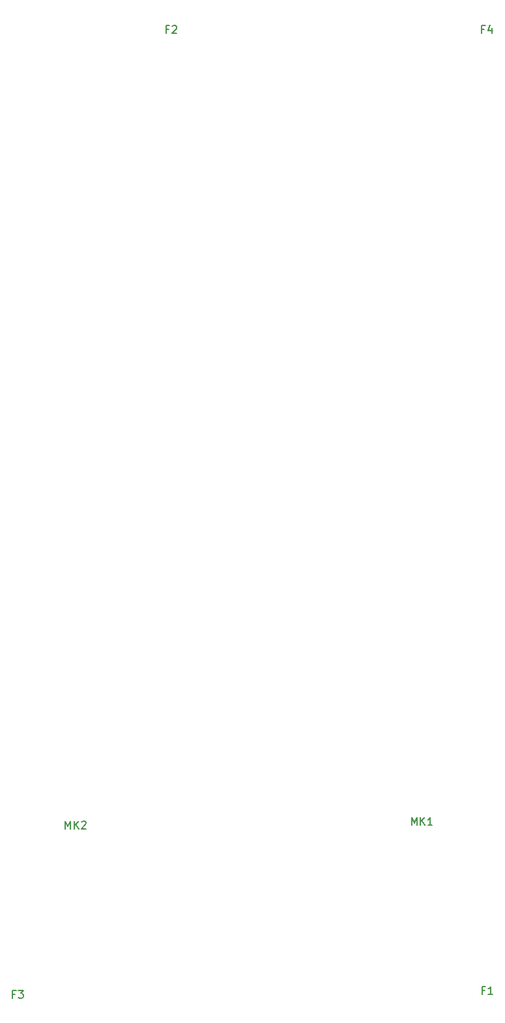
<source format=gbr>
G04 #@! TF.FileFunction,Other,ECO2*
%FSLAX46Y46*%
G04 Gerber Fmt 4.6, Leading zero omitted, Abs format (unit mm)*
G04 Created by KiCad (PCBNEW 4.0.7) date Mon Nov 12 23:25:46 2018*
%MOMM*%
%LPD*%
G01*
G04 APERTURE LIST*
%ADD10C,0.100000*%
%ADD11C,0.150000*%
G04 APERTURE END LIST*
D10*
D11*
X159690476Y-133952381D02*
X159690476Y-132952381D01*
X160023810Y-133666667D01*
X160357143Y-132952381D01*
X160357143Y-133952381D01*
X160833333Y-133952381D02*
X160833333Y-132952381D01*
X161404762Y-133952381D02*
X160976190Y-133380952D01*
X161404762Y-132952381D02*
X160833333Y-133523810D01*
X162357143Y-133952381D02*
X161785714Y-133952381D01*
X162071428Y-133952381D02*
X162071428Y-132952381D01*
X161976190Y-133095238D01*
X161880952Y-133190476D01*
X161785714Y-133238095D01*
X114690476Y-134452381D02*
X114690476Y-133452381D01*
X115023810Y-134166667D01*
X115357143Y-133452381D01*
X115357143Y-134452381D01*
X115833333Y-134452381D02*
X115833333Y-133452381D01*
X116404762Y-134452381D02*
X115976190Y-133880952D01*
X116404762Y-133452381D02*
X115833333Y-134023810D01*
X116785714Y-133547619D02*
X116833333Y-133500000D01*
X116928571Y-133452381D01*
X117166667Y-133452381D01*
X117261905Y-133500000D01*
X117309524Y-133547619D01*
X117357143Y-133642857D01*
X117357143Y-133738095D01*
X117309524Y-133880952D01*
X116738095Y-134452381D01*
X117357143Y-134452381D01*
X169166667Y-155428571D02*
X168833333Y-155428571D01*
X168833333Y-155952381D02*
X168833333Y-154952381D01*
X169309524Y-154952381D01*
X170214286Y-155952381D02*
X169642857Y-155952381D01*
X169928571Y-155952381D02*
X169928571Y-154952381D01*
X169833333Y-155095238D01*
X169738095Y-155190476D01*
X169642857Y-155238095D01*
X128105667Y-30460571D02*
X127772333Y-30460571D01*
X127772333Y-30984381D02*
X127772333Y-29984381D01*
X128248524Y-29984381D01*
X128581857Y-30079619D02*
X128629476Y-30032000D01*
X128724714Y-29984381D01*
X128962810Y-29984381D01*
X129058048Y-30032000D01*
X129105667Y-30079619D01*
X129153286Y-30174857D01*
X129153286Y-30270095D01*
X129105667Y-30412952D01*
X128534238Y-30984381D01*
X129153286Y-30984381D01*
X108166667Y-155928571D02*
X107833333Y-155928571D01*
X107833333Y-156452381D02*
X107833333Y-155452381D01*
X108309524Y-155452381D01*
X108595238Y-155452381D02*
X109214286Y-155452381D01*
X108880952Y-155833333D01*
X109023810Y-155833333D01*
X109119048Y-155880952D01*
X109166667Y-155928571D01*
X109214286Y-156023810D01*
X109214286Y-156261905D01*
X109166667Y-156357143D01*
X109119048Y-156404762D01*
X109023810Y-156452381D01*
X108738095Y-156452381D01*
X108642857Y-156404762D01*
X108595238Y-156357143D01*
X169126667Y-30460571D02*
X168793333Y-30460571D01*
X168793333Y-30984381D02*
X168793333Y-29984381D01*
X169269524Y-29984381D01*
X170079048Y-30317714D02*
X170079048Y-30984381D01*
X169840952Y-29936762D02*
X169602857Y-30651048D01*
X170221905Y-30651048D01*
M02*

</source>
